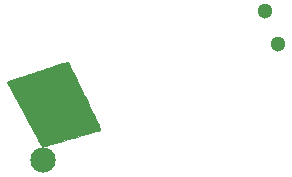
<source format=gbr>
G04 #@! TF.GenerationSoftware,KiCad,Pcbnew,5.1.2*
G04 #@! TF.CreationDate,2019-07-01T15:55:53-05:00*
G04 #@! TF.ProjectId,Camera,43616d65-7261-42e6-9b69-6361645f7063,rev?*
G04 #@! TF.SameCoordinates,Original*
G04 #@! TF.FileFunction,Soldermask,Top*
G04 #@! TF.FilePolarity,Negative*
%FSLAX46Y46*%
G04 Gerber Fmt 4.6, Leading zero omitted, Abs format (unit mm)*
G04 Created by KiCad (PCBNEW 5.1.2) date 2019-07-01 15:55:53*
%MOMM*%
%LPD*%
G04 APERTURE LIST*
%ADD10C,0.010000*%
%ADD11C,2.150000*%
%ADD12C,1.300000*%
G04 APERTURE END LIST*
D10*
G36*
X139563660Y-105688732D02*
G01*
X139620889Y-105800499D01*
X139709246Y-105976491D01*
X139825786Y-106210748D01*
X139967567Y-106497307D01*
X140131646Y-106830207D01*
X140315079Y-107203488D01*
X140514924Y-107611188D01*
X140728238Y-108047346D01*
X140952077Y-108506001D01*
X140963955Y-108530367D01*
X141229069Y-109074811D01*
X141458835Y-109548114D01*
X141655432Y-109955030D01*
X141821040Y-110300314D01*
X141957838Y-110588722D01*
X142068004Y-110825007D01*
X142153717Y-111013926D01*
X142217157Y-111160232D01*
X142260502Y-111268680D01*
X142285931Y-111344026D01*
X142295624Y-111391023D01*
X142291759Y-111414428D01*
X142287288Y-111418078D01*
X142234199Y-111435486D01*
X142108945Y-111472985D01*
X141920237Y-111528116D01*
X141676782Y-111598422D01*
X141387290Y-111681445D01*
X141060470Y-111774728D01*
X140705029Y-111875813D01*
X140329678Y-111982242D01*
X139943124Y-112091557D01*
X139554076Y-112201301D01*
X139171244Y-112309016D01*
X138803335Y-112412244D01*
X138459060Y-112508527D01*
X138147126Y-112595409D01*
X137876242Y-112670430D01*
X137655117Y-112731134D01*
X137492460Y-112775062D01*
X137396979Y-112799757D01*
X137375196Y-112804334D01*
X137335434Y-112769924D01*
X137270173Y-112679332D01*
X137192936Y-112551508D01*
X137186373Y-112539750D01*
X137118822Y-112416723D01*
X137020251Y-112235435D01*
X136894579Y-112003203D01*
X136745723Y-111727343D01*
X136577602Y-111415172D01*
X136394135Y-111074004D01*
X136199239Y-110711157D01*
X135996834Y-110333947D01*
X135790837Y-109949690D01*
X135585167Y-109565702D01*
X135383742Y-109189299D01*
X135190481Y-108827797D01*
X135009303Y-108488513D01*
X134844124Y-108178762D01*
X134698865Y-107905862D01*
X134577443Y-107677127D01*
X134483776Y-107499875D01*
X134421783Y-107381421D01*
X134395383Y-107329081D01*
X134394730Y-107327361D01*
X134432171Y-107307759D01*
X134542099Y-107265286D01*
X134716284Y-107202628D01*
X134946496Y-107122472D01*
X135224506Y-107027506D01*
X135542084Y-106920418D01*
X135891000Y-106803893D01*
X136263024Y-106680620D01*
X136649926Y-106553285D01*
X137043477Y-106424576D01*
X137435447Y-106297181D01*
X137817607Y-106173785D01*
X138181725Y-106057077D01*
X138519573Y-105949743D01*
X138822922Y-105854472D01*
X139083540Y-105773949D01*
X139293198Y-105710863D01*
X139443667Y-105667900D01*
X139526716Y-105647747D01*
X139540501Y-105647152D01*
X139563660Y-105688732D01*
X139563660Y-105688732D01*
G37*
X139563660Y-105688732D02*
X139620889Y-105800499D01*
X139709246Y-105976491D01*
X139825786Y-106210748D01*
X139967567Y-106497307D01*
X140131646Y-106830207D01*
X140315079Y-107203488D01*
X140514924Y-107611188D01*
X140728238Y-108047346D01*
X140952077Y-108506001D01*
X140963955Y-108530367D01*
X141229069Y-109074811D01*
X141458835Y-109548114D01*
X141655432Y-109955030D01*
X141821040Y-110300314D01*
X141957838Y-110588722D01*
X142068004Y-110825007D01*
X142153717Y-111013926D01*
X142217157Y-111160232D01*
X142260502Y-111268680D01*
X142285931Y-111344026D01*
X142295624Y-111391023D01*
X142291759Y-111414428D01*
X142287288Y-111418078D01*
X142234199Y-111435486D01*
X142108945Y-111472985D01*
X141920237Y-111528116D01*
X141676782Y-111598422D01*
X141387290Y-111681445D01*
X141060470Y-111774728D01*
X140705029Y-111875813D01*
X140329678Y-111982242D01*
X139943124Y-112091557D01*
X139554076Y-112201301D01*
X139171244Y-112309016D01*
X138803335Y-112412244D01*
X138459060Y-112508527D01*
X138147126Y-112595409D01*
X137876242Y-112670430D01*
X137655117Y-112731134D01*
X137492460Y-112775062D01*
X137396979Y-112799757D01*
X137375196Y-112804334D01*
X137335434Y-112769924D01*
X137270173Y-112679332D01*
X137192936Y-112551508D01*
X137186373Y-112539750D01*
X137118822Y-112416723D01*
X137020251Y-112235435D01*
X136894579Y-112003203D01*
X136745723Y-111727343D01*
X136577602Y-111415172D01*
X136394135Y-111074004D01*
X136199239Y-110711157D01*
X135996834Y-110333947D01*
X135790837Y-109949690D01*
X135585167Y-109565702D01*
X135383742Y-109189299D01*
X135190481Y-108827797D01*
X135009303Y-108488513D01*
X134844124Y-108178762D01*
X134698865Y-107905862D01*
X134577443Y-107677127D01*
X134483776Y-107499875D01*
X134421783Y-107381421D01*
X134395383Y-107329081D01*
X134394730Y-107327361D01*
X134432171Y-107307759D01*
X134542099Y-107265286D01*
X134716284Y-107202628D01*
X134946496Y-107122472D01*
X135224506Y-107027506D01*
X135542084Y-106920418D01*
X135891000Y-106803893D01*
X136263024Y-106680620D01*
X136649926Y-106553285D01*
X137043477Y-106424576D01*
X137435447Y-106297181D01*
X137817607Y-106173785D01*
X138181725Y-106057077D01*
X138519573Y-105949743D01*
X138822922Y-105854472D01*
X139083540Y-105773949D01*
X139293198Y-105710863D01*
X139443667Y-105667900D01*
X139526716Y-105647747D01*
X139540501Y-105647152D01*
X139563660Y-105688732D01*
D11*
X137405555Y-113957357D03*
D12*
X156211221Y-101369349D03*
X157335041Y-104150901D03*
M02*

</source>
